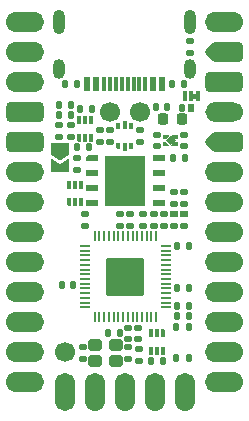
<source format=gts>
G04 #@! TF.GenerationSoftware,KiCad,Pcbnew,7.0.0-da2b9df05c~165~ubuntu22.04.1*
G04 #@! TF.CreationDate,2023-10-10T20:55:23+00:00*
G04 #@! TF.ProjectId,helios,68656c69-6f73-42e6-9b69-6361645f7063,rev1.0*
G04 #@! TF.SameCoordinates,Original*
G04 #@! TF.FileFunction,Soldermask,Top*
G04 #@! TF.FilePolarity,Negative*
%FSLAX46Y46*%
G04 Gerber Fmt 4.6, Leading zero omitted, Abs format (unit mm)*
G04 Created by KiCad (PCBNEW 7.0.0-da2b9df05c~165~ubuntu22.04.1) date 2023-10-10 20:55:23*
%MOMM*%
%LPD*%
G01*
G04 APERTURE LIST*
G04 Aperture macros list*
%AMRoundRect*
0 Rectangle with rounded corners*
0 $1 Rounding radius*
0 $2 $3 $4 $5 $6 $7 $8 $9 X,Y pos of 4 corners*
0 Add a 4 corners polygon primitive as box body*
4,1,4,$2,$3,$4,$5,$6,$7,$8,$9,$2,$3,0*
0 Add four circle primitives for the rounded corners*
1,1,$1+$1,$2,$3*
1,1,$1+$1,$4,$5*
1,1,$1+$1,$6,$7*
1,1,$1+$1,$8,$9*
0 Add four rect primitives between the rounded corners*
20,1,$1+$1,$2,$3,$4,$5,0*
20,1,$1+$1,$4,$5,$6,$7,0*
20,1,$1+$1,$6,$7,$8,$9,0*
20,1,$1+$1,$8,$9,$2,$3,0*%
%AMOutline5P*
0 Free polygon, 5 corners , with rotation*
0 The origin of the aperture is its center*
0 number of corners: always 5*
0 $1 to $10 corner X, Y*
0 $11 Rotation angle, in degrees counterclockwise*
0 create outline with 5 corners*
4,1,5,$1,$2,$3,$4,$5,$6,$7,$8,$9,$10,$1,$2,$11*%
%AMOutline6P*
0 Free polygon, 6 corners , with rotation*
0 The origin of the aperture is its center*
0 number of corners: always 6*
0 $1 to $12 corner X, Y*
0 $13 Rotation angle, in degrees counterclockwise*
0 create outline with 6 corners*
4,1,6,$1,$2,$3,$4,$5,$6,$7,$8,$9,$10,$11,$12,$1,$2,$13*%
%AMOutline7P*
0 Free polygon, 7 corners , with rotation*
0 The origin of the aperture is its center*
0 number of corners: always 7*
0 $1 to $14 corner X, Y*
0 $15 Rotation angle, in degrees counterclockwise*
0 create outline with 7 corners*
4,1,7,$1,$2,$3,$4,$5,$6,$7,$8,$9,$10,$11,$12,$13,$14,$1,$2,$15*%
%AMOutline8P*
0 Free polygon, 8 corners , with rotation*
0 The origin of the aperture is its center*
0 number of corners: always 8*
0 $1 to $16 corner X, Y*
0 $17 Rotation angle, in degrees counterclockwise*
0 create outline with 8 corners*
4,1,8,$1,$2,$3,$4,$5,$6,$7,$8,$9,$10,$11,$12,$13,$14,$15,$16,$1,$2,$17*%
%AMFreePoly0*
4,1,18,-0.437500,0.000000,-0.337500,0.100000,0.387500,0.100000,0.406634,0.096194,0.422855,0.085355,0.433694,0.069134,0.437500,0.050000,0.437500,-0.050000,0.433694,-0.069134,0.422855,-0.085355,0.406634,-0.096194,0.387500,-0.100000,-0.387500,-0.100000,-0.406634,-0.096194,-0.422855,-0.085355,-0.433694,-0.069134,-0.437500,-0.050000,-0.437500,0.000000,-0.437500,0.000000,$1*%
%AMFreePoly1*
4,1,6,1.000000,0.000000,0.500000,-0.750000,-0.500000,-0.750000,-0.500000,0.750000,0.500000,0.750000,1.000000,0.000000,1.000000,0.000000,$1*%
%AMFreePoly2*
4,1,6,0.500000,-0.750000,-0.650000,-0.750000,-0.150000,0.000000,-0.650000,0.750000,0.500000,0.750000,0.500000,-0.750000,0.500000,-0.750000,$1*%
%AMFreePoly3*
4,1,18,-0.520000,0.066000,-0.366000,0.220000,0.493600,0.220000,0.503703,0.217990,0.512268,0.212268,0.517990,0.203703,0.520000,0.193600,0.520000,-0.193600,0.517990,-0.203703,0.512268,-0.212268,0.503703,-0.217990,0.493600,-0.220000,-0.493600,-0.220000,-0.503703,-0.217990,-0.512268,-0.212268,-0.517990,-0.203703,-0.520000,-0.193600,-0.520000,0.066000,-0.520000,0.066000,$1*%
G04 Aperture macros list end*
%ADD10C,0.010000*%
%ADD11Outline5P,-0.350000X0.051000X-0.231000X0.170000X0.350000X0.170000X0.350000X-0.170000X-0.350000X-0.170000X270.000000*%
%ADD12R,0.340000X0.700000*%
%ADD13RoundRect,0.135000X0.135000X0.185000X-0.135000X0.185000X-0.135000X-0.185000X0.135000X-0.185000X0*%
%ADD14RoundRect,0.135000X0.185000X-0.135000X0.185000X0.135000X-0.185000X0.135000X-0.185000X-0.135000X0*%
%ADD15RoundRect,0.140000X-0.140000X-0.170000X0.140000X-0.170000X0.140000X0.170000X-0.140000X0.170000X0*%
%ADD16Outline5P,-0.250000X0.056250X-0.118750X0.187500X0.250000X0.187500X0.250000X-0.187500X-0.250000X-0.187500X90.000000*%
%ADD17R,0.300000X0.650000*%
%ADD18R,0.375000X0.500000*%
%ADD19RoundRect,0.140000X0.140000X0.170000X-0.140000X0.170000X-0.140000X-0.170000X0.140000X-0.170000X0*%
%ADD20FreePoly0,0.000000*%
%ADD21RoundRect,0.050000X-0.387500X-0.050000X0.387500X-0.050000X0.387500X0.050000X-0.387500X0.050000X0*%
%ADD22RoundRect,0.050000X-0.050000X-0.387500X0.050000X-0.387500X0.050000X0.387500X-0.050000X0.387500X0*%
%ADD23RoundRect,0.144000X-1.456000X-1.456000X1.456000X-1.456000X1.456000X1.456000X-1.456000X1.456000X0*%
%ADD24Outline5P,-0.350000X0.051000X-0.231000X0.170000X0.350000X0.170000X0.350000X-0.170000X-0.350000X-0.170000X90.000000*%
%ADD25RoundRect,0.135000X-0.135000X-0.185000X0.135000X-0.185000X0.135000X0.185000X-0.135000X0.185000X0*%
%ADD26RoundRect,0.075000X0.075000X0.375000X-0.075000X0.375000X-0.075000X-0.375000X0.075000X-0.375000X0*%
%ADD27RoundRect,0.140000X-0.170000X0.140000X-0.170000X-0.140000X0.170000X-0.140000X0.170000X0.140000X0*%
%ADD28FreePoly1,270.000000*%
%ADD29FreePoly2,270.000000*%
%ADD30RoundRect,0.140000X0.170000X-0.140000X0.170000X0.140000X-0.170000X0.140000X-0.170000X-0.140000X0*%
%ADD31R,0.640000X0.590000*%
%ADD32RoundRect,0.147500X-0.172500X0.147500X-0.172500X-0.147500X0.172500X-0.147500X0.172500X0.147500X0*%
%ADD33R,0.500000X0.700000*%
%ADD34RoundRect,0.125000X-0.125000X-0.225000X0.125000X-0.225000X0.125000X0.225000X-0.125000X0.225000X0*%
%ADD35RoundRect,0.250000X-0.325000X-0.250000X0.325000X-0.250000X0.325000X0.250000X-0.325000X0.250000X0*%
%ADD36FreePoly3,0.000000*%
%ADD37RoundRect,0.026400X-0.493600X-0.193600X0.493600X-0.193600X0.493600X0.193600X-0.493600X0.193600X0*%
%ADD38R,3.400000X4.300000*%
%ADD39RoundRect,0.137500X-0.137500X0.212500X-0.137500X-0.212500X0.137500X-0.212500X0.137500X0.212500X0*%
%ADD40C,1.700000*%
%ADD41O,3.230000X1.700000*%
%ADD42O,3.230000X1.720000*%
%ADD43RoundRect,0.425000X0.425000X0.425000X-0.425000X0.425000X-0.425000X-0.425000X0.425000X-0.425000X0*%
%ADD44RoundRect,0.425000X-1.190000X-0.425000X1.190000X-0.425000X1.190000X0.425000X-1.190000X0.425000X0*%
%ADD45O,1.700000X3.230000*%
%ADD46O,1.700000X1.700000*%
%ADD47O,3.230000X1.710000*%
%ADD48RoundRect,0.350000X0.000000X-0.494975X0.494975X0.000000X0.000000X0.494975X-0.494975X0.000000X0*%
%ADD49RoundRect,0.350000X-0.999755X-0.500000X0.999755X-0.500000X0.999755X0.500000X-0.999755X0.500000X0*%
%ADD50O,3.000000X1.700000*%
%ADD51RoundRect,0.425000X1.190000X0.425000X-1.190000X0.425000X-1.190000X-0.425000X1.190000X-0.425000X0*%
%ADD52RoundRect,0.425000X-0.425000X-0.425000X0.425000X-0.425000X0.425000X0.425000X-0.425000X0.425000X0*%
%ADD53R,0.600000X1.150000*%
%ADD54R,0.300000X1.150000*%
%ADD55O,1.000000X1.700000*%
%ADD56O,1.000000X2.100000*%
%ADD57RoundRect,0.218750X-0.218750X-0.256250X0.218750X-0.256250X0.218750X0.256250X-0.218750X0.256250X0*%
%ADD58RoundRect,0.135000X-0.185000X0.135000X-0.185000X-0.135000X0.185000X-0.135000X0.185000X0.135000X0*%
G04 APERTURE END LIST*
D10*
G04 #@! TO.C,JP2*
X81970000Y-89490000D02*
X81720000Y-89490000D01*
X81720000Y-89490000D02*
X81720000Y-89090000D01*
X81720000Y-89090000D02*
X81970000Y-89090000D01*
X81970000Y-89090000D02*
X81970000Y-89490000D01*
G36*
X81970000Y-89490000D02*
G01*
X81720000Y-89490000D01*
X81720000Y-89090000D01*
X81970000Y-89090000D01*
X81970000Y-89490000D01*
G37*
G04 #@! TO.C,U2*
G36*
X80233143Y-93056857D02*
G01*
X79820000Y-93469999D01*
X79406857Y-93056857D01*
X79820000Y-92643714D01*
X80233143Y-93056857D01*
G37*
X80233143Y-93056857D02*
X79820000Y-93469999D01*
X79406857Y-93056857D01*
X79820000Y-92643714D01*
X80233143Y-93056857D01*
G36*
X79685000Y-92705000D02*
G01*
X79440000Y-92955000D01*
X79160000Y-92955000D01*
X79160000Y-92575000D01*
X79685000Y-92575000D01*
X79685000Y-92705000D01*
G37*
G36*
X79685000Y-93405000D02*
G01*
X79685000Y-93535000D01*
X79160000Y-93535000D01*
X79160000Y-93155000D01*
X79440000Y-93155000D01*
X79685000Y-93405000D01*
G37*
G36*
X80480000Y-92955000D02*
G01*
X80200000Y-92955000D01*
X79955000Y-92705000D01*
X79955000Y-92575000D01*
X80480000Y-92575000D01*
X80480000Y-92955000D01*
G37*
G36*
X80480000Y-93535000D02*
G01*
X79955000Y-93535000D01*
X79955000Y-93405000D01*
X80200000Y-93155000D01*
X80480000Y-93155000D01*
X80480000Y-93535000D01*
G37*
G04 #@! TD*
D11*
G04 #@! TO.C,Q1*
X79199999Y-109359999D03*
D12*
X78699999Y-109359999D03*
X78199999Y-109359999D03*
X78199999Y-110859999D03*
X78699999Y-110859999D03*
X79199999Y-110859999D03*
G04 #@! TD*
D13*
G04 #@! TO.C,R5*
X71390000Y-90915000D03*
X70370000Y-90915000D03*
G04 #@! TD*
D14*
G04 #@! TO.C,R3*
X77120000Y-111730000D03*
X77120000Y-110710000D03*
G04 #@! TD*
D15*
G04 #@! TO.C,C3*
X78590000Y-90260000D03*
X79550000Y-90260000D03*
G04 #@! TD*
D16*
G04 #@! TO.C,U1*
X75402499Y-93539999D03*
D17*
X75939999Y-93614999D03*
D18*
X76477499Y-93539999D03*
X76477499Y-91839999D03*
D17*
X75939999Y-91764999D03*
D18*
X75402499Y-91839999D03*
G04 #@! TD*
D19*
G04 #@! TO.C,C1*
X71360000Y-90040000D03*
X70400000Y-90040000D03*
G04 #@! TD*
D20*
G04 #@! TO.C,U4*
X72567499Y-101989999D03*
D21*
X72567500Y-102390000D03*
X72567500Y-102790000D03*
X72567500Y-103190000D03*
X72567500Y-103590000D03*
X72567500Y-103990000D03*
X72567500Y-104390000D03*
X72567500Y-104790000D03*
X72567500Y-105190000D03*
X72567500Y-105590000D03*
X72567500Y-105990000D03*
X72567500Y-106390000D03*
X72567500Y-106790000D03*
X72567500Y-107190000D03*
D22*
X73405000Y-108027500D03*
X73805000Y-108027500D03*
X74205000Y-108027500D03*
X74605000Y-108027500D03*
X75005000Y-108027500D03*
X75405000Y-108027500D03*
X75805000Y-108027500D03*
X76205000Y-108027500D03*
X76605000Y-108027500D03*
X77005000Y-108027500D03*
X77405000Y-108027500D03*
X77805000Y-108027500D03*
X78205000Y-108027500D03*
X78605000Y-108027500D03*
D21*
X79442500Y-107190000D03*
X79442500Y-106790000D03*
X79442500Y-106390000D03*
X79442500Y-105990000D03*
X79442500Y-105590000D03*
X79442500Y-105190000D03*
X79442500Y-104790000D03*
X79442500Y-104390000D03*
X79442500Y-103990000D03*
X79442500Y-103590000D03*
X79442500Y-103190000D03*
X79442500Y-102790000D03*
X79442500Y-102390000D03*
X79442500Y-101990000D03*
D22*
X78605000Y-101152500D03*
X78205000Y-101152500D03*
X77805000Y-101152500D03*
X77405000Y-101152500D03*
X77005000Y-101152500D03*
X76605000Y-101152500D03*
X76205000Y-101152500D03*
X75805000Y-101152500D03*
X75405000Y-101152500D03*
X75005000Y-101152500D03*
X74605000Y-101152500D03*
X74205000Y-101152500D03*
X73805000Y-101152500D03*
X73405000Y-101152500D03*
D23*
X76005000Y-104590000D03*
G04 #@! TD*
D24*
G04 #@! TO.C,Q2*
X72104999Y-92814999D03*
D12*
X72604999Y-92814999D03*
X73104999Y-92814999D03*
X73104999Y-91314999D03*
X72604999Y-91314999D03*
X72104999Y-91314999D03*
G04 #@! TD*
D25*
G04 #@! TO.C,R14*
X74490000Y-109330000D03*
X75510000Y-109330000D03*
G04 #@! TD*
D15*
G04 #@! TO.C,C12*
X80400000Y-105590000D03*
X81360000Y-105590000D03*
G04 #@! TD*
D26*
G04 #@! TO.C,JP2*
X82120000Y-89290000D03*
X81570000Y-89290000D03*
X81045000Y-89290000D03*
G04 #@! TD*
D27*
G04 #@! TO.C,C9*
X78380000Y-99320000D03*
X78380000Y-100280000D03*
G04 #@! TD*
D25*
G04 #@! TO.C,R9*
X71870000Y-93630000D03*
X72890000Y-93630000D03*
G04 #@! TD*
D28*
G04 #@! TO.C,JP1*
X70470000Y-93795000D03*
D29*
X70470000Y-95245000D03*
G04 #@! TD*
D27*
G04 #@! TO.C,C5*
X78670000Y-92580000D03*
X78670000Y-93540000D03*
G04 #@! TD*
D14*
G04 #@! TO.C,R15*
X80100000Y-98470000D03*
X80100000Y-97450000D03*
G04 #@! TD*
G04 #@! TO.C,R2*
X73830000Y-93210000D03*
X73830000Y-92190000D03*
G04 #@! TD*
D25*
G04 #@! TO.C,R17*
X80370000Y-107915000D03*
X81390000Y-107915000D03*
G04 #@! TD*
D24*
G04 #@! TO.C,U5*
X71204999Y-98289999D03*
D12*
X71704999Y-98289999D03*
X72204999Y-98289999D03*
X72204999Y-96789999D03*
X71704999Y-96789999D03*
X71204999Y-96789999D03*
G04 #@! TD*
D30*
G04 #@! TO.C,C16*
X72570000Y-100280000D03*
X72570000Y-99320000D03*
G04 #@! TD*
G04 #@! TO.C,C17*
X75530000Y-100280000D03*
X75530000Y-99320000D03*
G04 #@! TD*
D14*
G04 #@! TO.C,R10*
X80990000Y-98470000D03*
X80990000Y-97450000D03*
G04 #@! TD*
D31*
G04 #@! TO.C,D2*
X80099999Y-99304999D03*
D32*
X80100000Y-100275000D03*
G04 #@! TD*
D25*
G04 #@! TO.C,R7*
X79950000Y-88320000D03*
X80970000Y-88320000D03*
G04 #@! TD*
D27*
G04 #@! TO.C,C19*
X77090000Y-108900000D03*
X77090000Y-109860000D03*
G04 #@! TD*
D13*
G04 #@! TO.C,R16*
X81390000Y-107040000D03*
X80370000Y-107040000D03*
G04 #@! TD*
D27*
G04 #@! TO.C,C8*
X72400000Y-110560000D03*
X72400000Y-111520000D03*
G04 #@! TD*
D33*
G04 #@! TO.C,D3*
X81579999Y-90279999D03*
D34*
X80780000Y-90280000D03*
G04 #@! TD*
D14*
G04 #@! TO.C,R13*
X77200000Y-93200000D03*
X77200000Y-92180000D03*
G04 #@! TD*
G04 #@! TO.C,R12*
X74680000Y-93210000D03*
X74680000Y-92190000D03*
G04 #@! TD*
D35*
G04 #@! TO.C,Y1*
X73425000Y-111740000D03*
X75175000Y-111740000D03*
X75175000Y-110340000D03*
X73425000Y-110340000D03*
G04 #@! TD*
D36*
G04 #@! TO.C,U3*
X73134999Y-94584999D03*
D37*
X73135000Y-95855000D03*
X73135000Y-97125000D03*
X73135000Y-98395000D03*
X78825000Y-98395000D03*
X78825000Y-97125000D03*
X78825000Y-95855000D03*
X78825000Y-94585000D03*
D38*
X75979999Y-96489999D03*
G04 #@! TD*
D27*
G04 #@! TO.C,C10*
X77530000Y-99320000D03*
X77530000Y-100280000D03*
G04 #@! TD*
D31*
G04 #@! TO.C,D1*
X80989999Y-99294999D03*
D32*
X80990000Y-100265000D03*
G04 #@! TD*
D15*
G04 #@! TO.C,C2*
X72175000Y-90365000D03*
X73135000Y-90365000D03*
G04 #@! TD*
D25*
G04 #@! TO.C,R1*
X78200000Y-111750000D03*
X79220000Y-111750000D03*
G04 #@! TD*
D30*
G04 #@! TO.C,C18*
X79230000Y-100280000D03*
X79230000Y-99320000D03*
G04 #@! TD*
D39*
G04 #@! TO.C,SW1*
X81395000Y-108810000D03*
X81395000Y-111510000D03*
X80245000Y-108810000D03*
X80245000Y-111510000D03*
G04 #@! TD*
D30*
G04 #@! TO.C,C7*
X76220000Y-111520000D03*
X76220000Y-110560000D03*
G04 #@! TD*
D19*
G04 #@! TO.C,C15*
X71585000Y-105315000D03*
X70625000Y-105315000D03*
G04 #@! TD*
D40*
G04 #@! TO.C,J2*
X66735000Y-83050000D03*
D41*
X67499999Y-83049999D03*
D40*
X66735000Y-85590000D03*
D42*
X67499999Y-85599999D03*
D40*
X66735000Y-88130000D03*
D41*
X67499999Y-88129999D03*
D43*
X66735000Y-90670000D03*
D44*
X67500000Y-90670000D03*
D43*
X66735000Y-93210000D03*
D44*
X67500000Y-93210000D03*
D40*
X66735000Y-95750000D03*
D41*
X67499999Y-95749999D03*
D40*
X66735000Y-98290000D03*
D41*
X67499999Y-98289999D03*
D40*
X66735000Y-100830000D03*
D41*
X67499999Y-100829999D03*
D40*
X66735000Y-103370000D03*
D41*
X67499999Y-103369999D03*
D40*
X66735000Y-105910000D03*
D41*
X67499999Y-105909999D03*
D40*
X66735000Y-108450000D03*
D41*
X67499999Y-108449999D03*
D40*
X66735000Y-110990000D03*
D41*
X67499999Y-110989999D03*
D40*
X66735000Y-113530000D03*
D41*
X67499999Y-113529999D03*
D45*
X70854999Y-114344999D03*
D40*
X70855000Y-115110000D03*
D45*
X73394999Y-114344999D03*
D46*
X73394999Y-115109999D03*
D45*
X75934999Y-114344999D03*
D46*
X75934999Y-115109999D03*
D45*
X78474999Y-114344999D03*
D46*
X78474999Y-115109999D03*
D45*
X81014999Y-114344999D03*
D46*
X81014999Y-115109999D03*
D41*
X84369999Y-113529999D03*
D40*
X85135000Y-113530000D03*
D42*
X84369999Y-110999999D03*
D40*
X85135000Y-110990000D03*
D47*
X84369999Y-108454999D03*
D40*
X85135000Y-108450000D03*
D41*
X84369999Y-105909999D03*
D40*
X85135000Y-105910000D03*
D41*
X84369999Y-103369999D03*
D40*
X85135000Y-103370000D03*
D41*
X84369999Y-100829999D03*
D40*
X85135000Y-100830000D03*
D41*
X84369999Y-98289999D03*
D40*
X85135000Y-98290000D03*
D47*
X84369999Y-95754999D03*
D40*
X85135000Y-95750000D03*
D48*
X83555000Y-93210000D03*
D49*
X84584755Y-93210000D03*
D50*
X84254999Y-90669999D03*
D40*
X85135000Y-90670000D03*
D51*
X84370000Y-88130000D03*
D52*
X85135000Y-88130000D03*
D48*
X83555000Y-85590000D03*
D49*
X84584755Y-85590000D03*
D47*
X84369999Y-83054999D03*
D40*
X85135000Y-83050000D03*
X70860000Y-110990000D03*
X77205000Y-90670000D03*
X74665000Y-90670000D03*
G04 #@! TD*
D53*
G04 #@! TO.C,J1*
X79134999Y-88319999D03*
X78334999Y-88319999D03*
D54*
X77184999Y-88319999D03*
X76184999Y-88319999D03*
X75684999Y-88319999D03*
X74684999Y-88319999D03*
D53*
X73534999Y-88319999D03*
X72734999Y-88319999D03*
X72734999Y-88319999D03*
X73534999Y-88319999D03*
D54*
X74184999Y-88319999D03*
X75184999Y-88319999D03*
X76684999Y-88319999D03*
X77684999Y-88319999D03*
D53*
X78334999Y-88319999D03*
X79134999Y-88319999D03*
D55*
X81509999Y-87019999D03*
X70359999Y-87019999D03*
D56*
X70359999Y-83019999D03*
X81509999Y-83019999D03*
G04 #@! TD*
D27*
G04 #@! TO.C,C11*
X76250000Y-108900000D03*
X76250000Y-109860000D03*
G04 #@! TD*
D15*
G04 #@! TO.C,C13*
X80390000Y-101990000D03*
X81350000Y-101990000D03*
G04 #@! TD*
D57*
G04 #@! TO.C,F1*
X79202500Y-91200000D03*
X80777500Y-91200000D03*
G04 #@! TD*
D14*
G04 #@! TO.C,R11*
X71880000Y-95600000D03*
X71880000Y-94580000D03*
G04 #@! TD*
D15*
G04 #@! TO.C,C6*
X80070000Y-94580000D03*
X81030000Y-94580000D03*
G04 #@! TD*
D13*
G04 #@! TO.C,R8*
X71910000Y-88320000D03*
X70890000Y-88320000D03*
G04 #@! TD*
D58*
G04 #@! TO.C,R6*
X70355000Y-91755000D03*
X70355000Y-92775000D03*
G04 #@! TD*
D27*
G04 #@! TO.C,C4*
X80970000Y-92580000D03*
X80970000Y-93540000D03*
G04 #@! TD*
D14*
G04 #@! TO.C,R4*
X71380000Y-92775000D03*
X71380000Y-91755000D03*
G04 #@! TD*
D30*
G04 #@! TO.C,C14*
X76380000Y-100280000D03*
X76380000Y-99320000D03*
G04 #@! TD*
D14*
G04 #@! TO.C,FB1*
X81500000Y-85630000D03*
X81500000Y-84610000D03*
G04 #@! TD*
M02*

</source>
